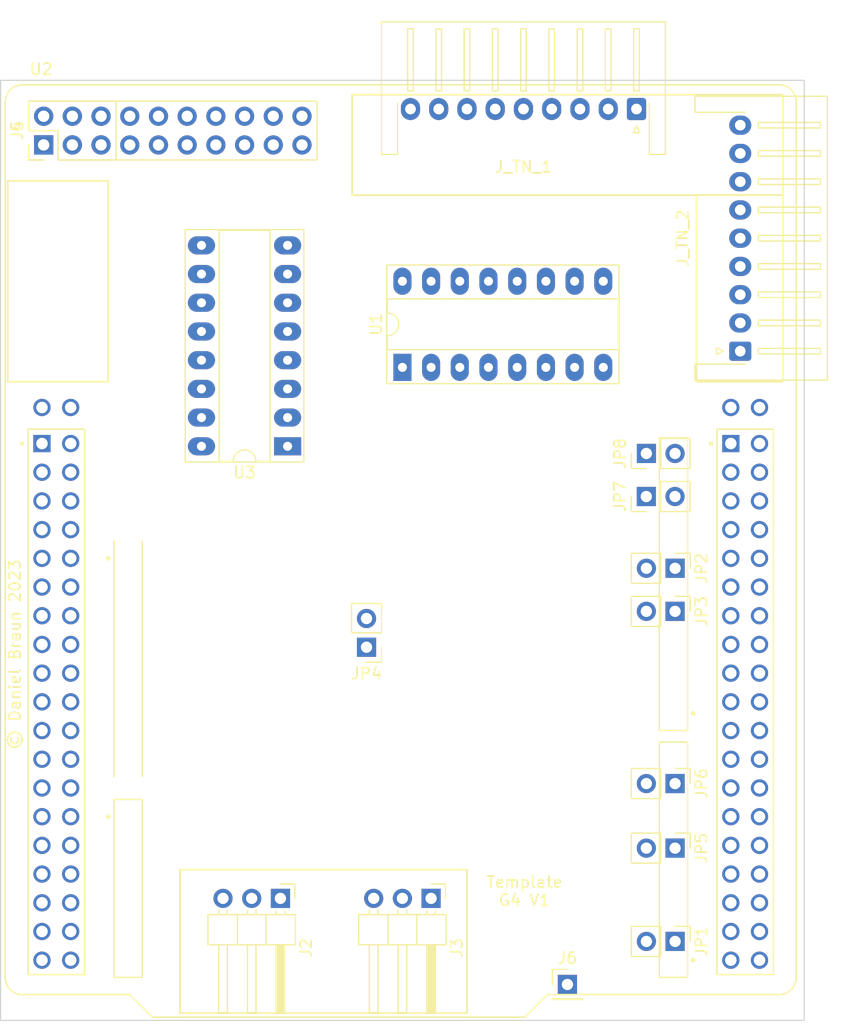
<source format=kicad_pcb>
(kicad_pcb (version 20211014) (generator pcbnew)
  (layers (0 "F.Cu" signal) (31 "B.Cu" signal) (34 "B.Paste" user) (35 "F.Paste" user) (36 "B.SilkS" user "B.Silkscreen") (37 "F.SilkS" user "F.Silkscreen") (38 "B.Mask" user) (39 "F.Mask" user) (44 "Edge.Cuts" user))
  (net 0 "")
  (net 1 "GND")
  (net 2 "5VCPU")
  (net 3 "3V3")
  (net 4 "12V")
  (net 5 "5V")
  (net 31 "Net-(U2-PadCN10_37)")
  (net 34 "TN2A")
  (net 36 "Net-(U2-PadCN10_11)")
  (net 41 "TN4B")
  (net 42 "Net-(U2-PadCN10_13)")
  (net 45 "TN5A")
  (net 55 "TN3A")
  (net 56 "Net-(U2-PadCN10_29)")
  (net 58 "TN5B")
  (net 59 "Net-(U2-PadCN10_25)")
  (net 60 "TN3B")
  (net 61 "Net-(U2-PadCN10_2)")
  (net 72 "RIA")
  (net 73 "RIB")
  (net 74 "T0A")
  (net 75 "T0B")
  (net 76 "T1A")
  (net 77 "T1B")
  (net 78 "T2A")
  (net 79 "T2B")
  (net 80 "T3A")
  (net 81 "T3B")
  (net 82 "R0A")
  (net 83 "R0B")
  (net 84 "R1A")
  (net 85 "R1B")
  (net 86 "TN4A")
  (net 87 "Net-(U2-PadCN10_1)")
  (net 88 "R2A")
  (net 89 "R2B")
  (net 90 "Net-(J_TN_1-Pad1)")
  (net 95 "+12V")
  (net 96 "Net-(J_TN_1-Pad3)")
  (net 97 "Net-(J_TN_1-Pad4)")
  (net 99 "Net-(J_TN_1-Pad6)")
  (net 100 "ALED8")
  (net 101 "ALED9")
  (net 102 "Net-(J_TN_2-Pad1)")
  (net 103 "Net-(J_TN_2-Pad3)")
  (net 104 "Net-(J_TN_2-Pad4)")
  (net 105 "Net-(J_TN_2-Pad6)")
  (net 106 "Net-(J_TN_2-Pad7)")
  (net 107 "Net-(J_TN_2-Pad9)")
  (net 108 "TN0A")
  (net 109 "TN0B")
  (net 110 "TN1A")
  (net 111 "TN1B")
  (net 112 "TN2B")
  (net 113 "TN6A")
  (net 115 "TN6B")
  (net 116 "ALED10")
  (footprint "Connector_PinHeader_2.54mm:PinHeader_1x02_P2.54mm_Vertical" (layer "F.Cu") (at 131.45 106.68 -90)
    (fp_text reference "JP2" (at 0 -2.33 90) (layer "F.SilkS"))
    (fp_text value "SJ")
    (fp_line (start 1.33 1.27) (end 1.33 3.87) (layer "F.SilkS") (width 0.12))
    (fp_line (start -1.33 1.27) (end -1.33 3.87) (layer "F.SilkS") (width 0.12))
    (fp_line (start -1.33 -1.33) (end 0 -1.33) (layer "F.SilkS") (width 0.12))
    (fp_line (start -1.33 0) (end -1.33 -1.33) (layer "F.SilkS") (width 0.12))
    (fp_line (start -1.33 1.27) (end 1.33 1.27) (layer "F.SilkS") (width 0.12))
    (fp_line (start -1.33 3.87) (end 1.33 3.87) (layer "F.SilkS") (width 0.12))
    (pad "1" thru_hole rect (at 0 0 270) (size 1.7 1.7) (drill 1) (layers *.Cu *.Mask) (net 36 "Net-(U2-PadCN10_11)"))
    (pad "2" thru_hole oval (at 0 2.54 270) (size 1.7 1.7) (drill 1) (layers *.Cu *.Mask) (net 41 "TN4B"))
  )
  (footprint "Package_DIP:DIP-16_W7.62mm_Socket_LongPads" (layer "F.Cu") (at 107.315 88.9 90)
    (fp_text reference "U1" (at 3.81 -2.33 90) (layer "F.SilkS"))
    (fp_text value "ULN2003A")
    (fp_line (start 9.06 -1.39) (end -1.44 -1.39) (layer "F.SilkS") (width 0.12))
    (fp_line (start 6.06 -1.33) (end 4.81 -1.33) (layer "F.SilkS") (width 0.12))
    (fp_line (start 1.56 -1.33) (end 1.56 19.11) (layer "F.SilkS") (width 0.12))
    (fp_line (start -1.44 19.17) (end 9.06 19.17) (layer "F.SilkS") (width 0.12))
    (fp_line (start 1.56 19.11) (end 6.06 19.11) (layer "F.SilkS") (width 0.12))
    (fp_line (start 2.81 -1.33) (end 1.56 -1.33) (layer "F.SilkS") (width 0.12))
    (fp_line (start 9.06 19.17) (end 9.06 -1.39) (layer "F.SilkS") (width 0.12))
    (fp_line (start 6.06 19.11) (end 6.06 -1.33) (layer "F.SilkS") (width 0.12))
    (fp_line (start -1.44 -1.39) (end -1.44 19.17) (layer "F.SilkS") (width 0.12))
    (fp_arc (start 4.81 -1.33) (mid 3.81 -0.33) (end 2.81 -1.33) (layer "F.SilkS") (width 0.12))
    (pad "1" thru_hole rect (at 0 0 90) (size 2.4 1.6) (drill 0.8) (layers *.Cu *.Mask) (net 108 "TN0A"))
    (pad "2" thru_hole oval (at 0 2.54 90) (size 2.4 1.6) (drill 0.8) (layers *.Cu *.Mask) (net 109 "TN0B"))
    (pad "3" thru_hole oval (at 0 5.08 90) (size 2.4 1.6) (drill 0.8) (layers *.Cu *.Mask) (net 110 "TN1A"))
    (pad "4" thru_hole oval (at 0 7.62 90) (size 2.4 1.6) (drill 0.8) (layers *.Cu *.Mask) (net 111 "TN1B"))
    (pad "5" thru_hole oval (at 0 10.16 90) (size 2.4 1.6) (drill 0.8) (layers *.Cu *.Mask) (net 34 "TN2A"))
    (pad "6" thru_hole oval (at 0 12.7 90) (size 2.4 1.6) (drill 0.8) (layers *.Cu *.Mask) (net 112 "TN2B"))
    (pad "7" thru_hole oval (at 0 15.24 90) (size 2.4 1.6) (drill 0.8) (layers *.Cu *.Mask) (net 113 "TN6A"))
    (pad "8" thru_hole oval (at 0 17.78 90) (size 2.4 1.6) (drill 0.8) (layers *.Cu *.Mask) (net 1 "GND"))
    (pad "9" thru_hole oval (at 7.62 17.78 90) (size 2.4 1.6) (drill 0.8) (layers *.Cu *.Mask) (net 95 "+12V"))
    (pad "10" thru_hole oval (at 7.62 15.24 90) (size 2.4 1.6) (drill 0.8) (layers *.Cu *.Mask))
    (pad "11" thru_hole oval (at 7.62 12.7 90) (size 2.4 1.6) (drill 0.8) (layers *.Cu *.Mask) (net 107 "Net-(J_TN_2-Pad9)"))
    (pad "12" thru_hole oval (at 7.62 10.16 90) (size 2.4 1.6) (drill 0.8) (layers *.Cu *.Mask) (net 106 "Net-(J_TN_2-Pad7)"))
    (pad "13" thru_hole oval (at 7.62 7.62 90) (size 2.4 1.6) (drill 0.8) (layers *.Cu *.Mask) (net 105 "Net-(J_TN_2-Pad6)"))
    (pad "14" thru_hole oval (at 7.62 5.08 90) (size 2.4 1.6) (drill 0.8) (layers *.Cu *.Mask) (net 104 "Net-(J_TN_2-Pad4)"))
    (pad "15" thru_hole oval (at 7.62 2.54 90) (size 2.4 1.6) (drill 0.8) (layers *.Cu *.Mask) (net 103 "Net-(J_TN_2-Pad3)"))
    (pad "16" thru_hole oval (at 7.62 0 90) (size 2.4 1.6) (drill 0.8) (layers *.Cu *.Mask) (net 102 "Net-(J_TN_2-Pad1)"))
  )
  (footprint "Connector_JST:JST_XH_S9B-XH-A-1_1x09_P2.50mm_Horizontal" (layer "F.Cu") (at 128.03 66.04 180)
    (fp_text reference "J_TN_1" (at 10 -5.1) (layer "F.SilkS"))
    (fp_text value "Conn_01x09_Female")
    (fp_line (start 7.25 7.1) (end 7.75 7.1) (layer "F.SilkS") (width 0.12))
    (fp_line (start 20.25 1.6) (end 19.75 1.6) (layer "F.SilkS") (width 0.12))
    (fp_line (start 19.75 7.1) (end 20.25 7.1) (layer "F.SilkS") (width 0.12))
    (fp_line (start 15.25 1.6) (end 14.75 1.6) (layer "F.SilkS") (width 0.12))
    (fp_line (start 14.75 7.1) (end 15.25 7.1) (layer "F.SilkS") (width 0.12))
    (fp_line (start 12.25 1.6) (end 12.25 7.1) (layer "F.SilkS") (width 0.12))
    (fp_line (start 19.75 1.6) (end 19.75 7.1) (layer "F.SilkS") (width 0.12))
    (fp_line (start 0 -1.5) (end -0.3 -2.1) (layer "F.SilkS") (width 0.12))
    (fp_line (start 17.75 7.1) (end 17.75 1.6) (layer "F.SilkS") (width 0.12))
    (fp_line (start 22.56 7.71) (end 22.56 -4.01) (layer "F.SilkS") (width 0.12))
    (fp_line (start 0.25 7.1) (end 0.25 1.6) (layer "F.SilkS") (width 0.12))
    (fp_line (start 22.56 -4.01) (end 21.14 -4.01) (layer "F.SilkS") (width 0.12))
    (fp_line (start 5.25 1.6) (end 4.75 1.6) (layer "F.SilkS") (width 0.12))
    (fp_line (start 10 7.71) (end 22.56 7.71) (layer "F.SilkS") (width 0.12))
    (fp_line (start -0.25 7.1) (end 0.25 7.1) (layer "F.SilkS") (width 0.12))
    (fp_line (start 4.75 1.6) (end 4.75 7.1) (layer "F.SilkS") (width 0.12))
    (fp_line (start 9.75 7.1) (end 10.25 7.1) (layer "F.SilkS") (width 0.12))
    (fp_line (start 10.25 7.1) (end 10.25 1.6) (layer "F.SilkS") (width 0.12))
    (fp_line (start 7.25 1.6) (end 7.25 7.1) (layer "F.SilkS") (width 0.12))
    (fp_line (start 20.25 7.1) (end 20.25 1.6) (layer "F.SilkS") (width 0.12))
    (fp_line (start 17.25 7.1) (end 17.75 7.1) (layer "F.SilkS") (width 0.12))
    (fp_line (start -2.56 -4.01) (end -1.14 -4.01) (layer "F.SilkS") (width 0.12))
    (fp_line (start 15.25 7.1) (end 15.25 1.6) (layer "F.SilkS") (width 0.12))
    (fp_line (start 0.3 -2.1) (end 0 -1.5) (layer "F.SilkS") (width 0.12))
    (fp_line (start 17.75 1.6) (end 17.25 1.6) (layer "F.SilkS") (width 0.12))
    (fp_line (start 12.75 1.6) (end 12.25 1.6) (layer "F.SilkS") (width 0.12))
    (fp_line (start 7.75 7.1) (end 7.75 1.6) (layer "F.SilkS") (width 0.12))
    (fp_line (start 2.25 1.6) (end 2.25 7.1) (layer "F.SilkS") (width 0.12))
    (fp_line (start 17.25 1.6) (end 17.25 7.1) (layer "F.SilkS") (width 0.12))
    (fp_line (start 21.14 -4.01) (end 21.14 0.49) (layer "F.SilkS") (width 0.12))
    (fp_line (start -0.25 1.6) (end -0.25 7.1) (layer "F.SilkS") (width 0.12))
    (fp_line (start 10.25 1.6) (end 9.75 1.6) (layer "F.SilkS") (width 0.12))
    (fp_line (start 12.25 7.1) (end 12.75 7.1) (layer "F.SilkS") (width 0.12))
    (fp_line (start 0.25 1.6) (end -0.25 1.6) (layer "F.SilkS") (width 0.12))
    (fp_line (start -2.56 7.71) (end -2.56 -4.01) (layer "F.SilkS") (width 0.12))
    (fp_line (start 4.75 7.1) (end 5.25 7.1) (layer "F.SilkS") (width 0.12))
    (fp_line (start 2.25 7.1) (end 2.75 7.1) (layer "F.SilkS") (width 0.12))
    (fp_line (start -1.14 -4.01) (end -1.14 0.49) (layer "F.SilkS") (width 0.12))
    (fp_line (start 14.75 1.6) (end 14.75 7.1) (layer "F.SilkS") (width 0.12))
    (fp_line (start -0.3 -2.1) (end 0.3 -2.1) (layer "F.SilkS") (width 0.12))
    (fp_line (start 2.75 7.1) (end 2.75 1.6) (layer "F.SilkS") (width 0.12))
    (fp_line (start 2.75 1.6) (end 2.25 1.6) (layer "F.SilkS") (width 0.12))
    (fp_line (start 10 7.71) (end -2.56 7.71) (layer "F.SilkS") (width 0.12))
    (fp_line (start 7.75 1.6) (end 7.25 1.6) (layer "F.SilkS") (width 0.12))
    (fp_line (start 12.75 7.1) (end 12.75 1.6) (layer "F.SilkS") (width 0.12))
    (fp_line (start 9.75 1.6) (end 9.75 7.1) (layer "F.SilkS") (width 0.12))
    (fp_line (start 5.25 7.1) (end 5.25 1.6) (layer "F.SilkS") (width 0.12))
    (pad "1" thru_hole roundrect (at 0 0 180) (size 1.7 1.95) (drill 0.95) (layers *.Cu *.Mask) (roundrect_rratio 0.147059) (net 90 "Net-(J_TN_1-Pad1)"))
    (pad "2" thru_hole oval (at 2.5 0 180) (size 1.7 1.95) (drill 0.95) (layers *.Cu *.Mask) (net 95 "+12V"))
    (pad "3" thru_hole oval (at 5 0 180) (size 1.7 1.95) (drill 0.95) (layers *.Cu *.Mask) (net 96 "Net-(J_TN_1-Pad3)"))
    (pad "4" thru_hole oval (at 7.5 0 180) (size 1.7 1.95) (drill 0.95) (layers *.Cu *.Mask) (net 97 "Net-(J_TN_1-Pad4)"))
    (pad "5" thru_hole oval (at 10 0 180) (size 1.7 1.95) (drill 0.95) (layers *.Cu *.Mask) (net 95 "+12V"))
    (pad "6" thru_hole oval (at 12.5 0 180) (size 1.7 1.95) (drill 0.95) (layers *.Cu *.Mask) (net 99 "Net-(J_TN_1-Pad6)"))
    (pad "7" thru_hole oval (at 15 0 180) (size 1.7 1.95) (drill 0.95) (layers *.Cu *.Mask) (net 100 "ALED8"))
    (pad "8" thru_hole oval (at 17.5 0 180) (size 1.7 1.95) (drill 0.95) (layers *.Cu *.Mask) (net 95 "+12V"))
    (pad "9" thru_hole oval (at 20 0 180) (size 1.7 1.95) (drill 0.95) (layers *.Cu *.Mask) (net 101 "ALED9"))
  )
  (footprint "Connector_PinHeader_2.54mm:PinHeader_1x02_P2.54mm_Vertical" (layer "F.Cu") (at 131.445 131.445 -90)
    (fp_text reference "JP5" (at 0 -2.33 90) (layer "F.SilkS"))
    (fp_text value "SJ")
    (fp_line (start -1.33 1.27) (end 1.33 1.27) (layer "F.SilkS") (width 0.12))
    (fp_line (start -1.33 3.87) (end 1.33 3.87) (layer "F.SilkS") (width 0.12))
    (fp_line (start 1.33 1.27) (end 1.33 3.87) (layer "F.SilkS") (width 0.12))
    (fp_line (start -1.33 -1.33) (end 0 -1.33) (layer "F.SilkS") (width 0.12))
    (fp_line (start -1.33 1.27) (end -1.33 3.87) (layer "F.SilkS") (width 0.12))
    (fp_line (start -1.33 0) (end -1.33 -1.33) (layer "F.SilkS") (width 0.12))
    (pad "1" thru_hole rect (at 0 0 270) (size 1.7 1.7) (drill 1) (layers *.Cu *.Mask) (net 56 "Net-(U2-PadCN10_29)"))
    (pad "2" thru_hole oval (at 0 2.54 270) (size 1.7 1.7) (drill 1) (layers *.Cu *.Mask) (net 58 "TN5B"))
  )
  (footprint "Connector_PinHeader_2.54mm:PinHeader_1x03_P2.54mm_Horizontal" (layer "F.Cu") (at 109.855 135.89 -90)
    (fp_text reference "J3" (at 4.385 -2.27 90) (layer "F.SilkS"))
    (fp_text value "Conn_01x03_Male")
    (fp_line (start 10.1 4.7) (end 10.1 5.46) (layer "F.SilkS") (width 0.12))
    (fp_line (start 1.042929 5.46) (end 1.44 5.46) (layer "F.SilkS") (width 0.12))
    (fp_line (start 4.1 6.41) (end 4.1 -1.33) (layer "F.SilkS") (width 0.12))
    (fp_line (start 4.1 4.7) (end 10.1 4.7) (layer "F.SilkS") (width 0.12))
    (fp_line (start 10.1 2.92) (end 4.1 2.92) (layer "F.SilkS") (width 0.12))
    (fp_line (start 1.11 -0.38) (end 1.44 -0.38) (layer "F.SilkS") (width 0.12))
    (fp_line (start 10.1 0.38) (end 4.1 0.38) (layer "F.SilkS") (width 0.12))
    (fp_line (start 10.1 5.46) (end 4.1 5.46) (layer "F.SilkS") (width 0.12))
    (fp_line (start 4.1 -1.33) (end 1.44 -1.33) (layer "F.SilkS") (width 0.12))
    (fp_line (start 1.44 -1.33) (end 1.44 6.41) (layer "F.SilkS") (width 0.12))
    (fp_line (start 1.44 1.27) (end 4.1 1.27) (layer "F.SilkS") (width 0.12))
    (fp_line (start 4.1 -0.38) (end 10.1 -0.38) (layer "F.SilkS") (width 0.12))
    (fp_line (start 1.11 0.38) (end 1.44 0.38) (layer "F.SilkS") (width 0.12))
    (fp_line (start 1.042929 4.7) (end 1.44 4.7) (layer "F.SilkS") (width 0.12))
    (fp_line (start 10.1 -0.38) (end 10.1 0.38) (layer "F.SilkS") (width 0.12))
    (fp_line (start 10.1 2.16) (end 10.1 2.92) (layer "F.SilkS") (width 0.12))
    (fp_line (start -1.27 0) (end -1.27 -1.27) (layer "F.SilkS") (width 0.12))
    (fp_line (start 4.1 0.04) (end 10.1 0.04) (layer "F.SilkS") (width 0.12))
    (fp_line (start 4.1 -0.08) (end 10.1 -0.08) (layer "F.SilkS") (width 0.12))
    (fp_line (start 4.1 2.16) (end 10.1 2.16) (layer "F.SilkS") (width 0.12))
    (fp_line (start 1.44 6.41) (end 4.1 6.41) (layer "F.SilkS") (width 0.12))
    (fp_line (start 1.44 3.81) (end 4.1 3.81) (layer "F.SilkS") (width 0.12))
    (fp_line (start -1.27 -1.27) (end 0 -1.27) (layer "F.SilkS") (width 0.12))
    (fp_line (start 1.042929 2.16) (end 1.44 2.16) (layer "F.SilkS") (width 0.12))
    (fp_line (start 4.1 0.28) (end 10.1 0.28) (layer "F.SilkS") (width 0.12))
    (fp_line (start 1.042929 2.92) (end 1.44 2.92) (layer "F.SilkS") (width 0.12))
    (fp_line (start 4.1 -0.32) (end 10.1 -0.32) (layer "F.SilkS") (width 0.12))
    (fp_line (start 4.1 -0.2) (end 10.1 -0.2) (layer "F.SilkS") (width 0.12))
    (fp_line (start 4.1 0.16) (end 10.1 0.16) (layer "F.SilkS") (width 0.12))
    (pad "1" thru_hole rect (at 0 0 270) (size 1.7 1.7) (drill 1) (layers *.Cu *.Mask))
    (pad "2" thru_hole oval (at 0 2.54 270) (size 1.7 1.7) (drill 1) (layers *.Cu *.Mask))
    (pad "3" thru_hole oval (at 0 5.08 270) (size 1.7 1.7) (drill 1) (layers *.Cu *.Mask))
  )
  (footprint "Connector_PinHeader_2.54mm:PinHeader_1x02_P2.54mm_Vertical" (layer "F.Cu") (at 128.905 96.52 90)
    (fp_text reference "JP8" (at 0 -2.33 90) (layer "F.SilkS"))
    (fp_text value "SJ")
    (fp_line (start -1.33 0) (end -1.33 -1.33) (layer "F.SilkS") (width 0.12))
    (fp_line (start -1.33 1.27) (end -1.33 3.87) (layer "F.SilkS") (width 0.12))
    (fp_line (start -1.33 -1.33) (end 0 -1.33) (layer "F.SilkS") (width 0.12))
    (fp_line (start -1.33 3.87) (end 1.33 3.87) (layer "F.SilkS") (width 0.12))
    (fp_line (start 1.33 1.27) (end 1.33 3.87) (layer "F.SilkS") (width 0.12))
    (fp_line (start -1.33 1.27) (end 1.33 1.27) (layer "F.SilkS") (width 0.12))
    (pad "1" thru_hole rect (at 0 0 90) (size 1.7 1.7) (drill 1) (layers *.Cu *.Mask) (net 86 "TN4A"))
    (pad "2" thru_hole oval (at 0 2.54 90) (size 1.7 1.7) (drill 1) (layers *.Cu *.Mask) (net 87 "Net-(U2-PadCN10_1)"))
  )
  (footprint "Connector_PinHeader_2.54mm:PinHeader_2x10_P2.54mm_Vertical" (layer "F.Cu") (at 75.57 69.22 90)
    (fp_text reference "J4" (at 1.27 -2.33 90) (layer "F.SilkS"))
    (fp_text value "Conn_02x10_Odd_Even")
    (fp_line (start 1.27 -1.33) (end 3.87 -1.33) (layer "F.SilkS") (width 0.12))
    (fp_line (start -1.33 -1.33) (end 0 -1.33) (layer "F.SilkS") (width 0.12))
    (fp_line (start -1.33 0) (end -1.33 -1.33) (layer "F.SilkS") (width 0.12))
    (fp_line (start -1.33 1.27) (end 1.27 1.27) (layer "F.SilkS") (width 0.12))
    (fp_line (start 1.27 1.27) (end 1.27 -1.33) (layer "F.SilkS") (width 0.12))
    (fp_line (start 3.87 -1.33) (end 3.87 24.19) (layer "F.SilkS") (width 0.12))
    (fp_line (start -1.33 1.27) (end -1.33 24.19) (layer "F.SilkS") (width 0.12))
    (fp_line (start -1.33 24.19) (end 3.87 24.19) (layer "F.SilkS") (width 0.12))
    (pad "1" thru_hole rect (at 0 0 90) (size 1.7 1.7) (drill 1) (layers *.Cu *.Mask) (net 5 "5V"))
    (pad "2" thru_hole oval (at 2.54 0 90) (size 1.7 1.7) (drill 1) (layers *.Cu *.Mask) (net 72 "RIA"))
    (pad "3" thru_hole oval (at 0 2.54 90) (size 1.7 1.7) (drill 1) (layers *.Cu *.Mask) (net 1 "GND"))
    (pad "4" thru_hole oval (at 2.54 2.54 90) (size 1.7 1.7) (drill 1) (layers *.Cu *.Mask) (net 73 "RIB"))
    (pad "5" thru_hole oval (at 0 5.08 90) (size 1.7 1.7) (drill 1) (layers *.Cu *.Mask) (net 4 "12V"))
    (pad "6" thru_hole oval (at 2.54 5.08 90) (size 1.7 1.7) (drill 1) (layers *.Cu *.Mask))
    (pad "7" thru_hole oval (at 0 7.62 90) (size 1.7 1.7) (drill 1) (layers *.Cu *.Mask) (net 74 "T0A"))
    (pad "8" thru_hole oval (at 2.54 7.62 90) (size 1.7 1.7) (drill 1) (layers *.Cu *.Mask) (net 75 "T0B"))
    (pad "9" thru_hole oval (at 0 10.16 90) (size 1.7 1.7) (drill 1) (layers *.Cu *.Mask) (net 76 "T1A"))
    (pad "10" thru_hole oval (at 2.54 10.16 90) (size 1.7 1.7) (drill 1) (layers *.Cu *.Mask) (net 77 "T1B"))
    (pad "11" thru_hole oval (at 0 12.7 90) (size 1.7 1.7) (drill 1) (layers *.Cu *.Mask) (net 78 "T2A"))
    (pad "12" thru_hole oval (at 2.54 12.7 90) (size 1.7 1.7) (drill 1) (layers *.Cu *.Mask) (net 79 "T2B"))
    (pad "13" thru_hole oval (at 0 15.24 90) (size 1.7 1.7) (drill 1) (layers *.Cu *.Mask) (net 80 "T3A"))
    (pad "14" thru_hole oval (at 2.54 15.24 90) (size 1.7 1.7) (drill 1) (layers *.Cu *.Mask) (net 81 "T3B"))
    (pad "15" thru_hole oval (at 0 17.78 90) (size 1.7 1.7) (drill 1) (layers *.Cu *.Mask) (net 82 "R0A"))
    (pad "16" thru_hole oval (at 2.54 17.78 90) (size 1.7 1.7) (drill 1) (layers *.Cu *.Mask) (net 83 "R0B"))
    (pad "17" thru_hole oval (at 0 20.32 90) (size 1.7 1.7) (drill 1) (layers *.Cu *.Mask) (net 84 "R1A"))
    (pad "18" thru_hole oval (at 2.54 20.32 90) (size 1.7 1.7) (drill 1) (layers *.Cu *.Mask) (net 85 "R1B"))
    (pad "19" thru_hole oval (at 0 22.86 90) (size 1.7 1.7) (drill 1) (layers *.Cu *.Mask) (net 88 "R2A"))
    (pad "20" thru_hole oval (at 2.54 22.86 90) (size 1.7 1.7) (drill 1) (layers *.Cu *.Mask) (net 89 "R2B"))
  )
  (footprint "Connector_PinHeader_2.54mm:PinHeader_1x02_P2.54mm_Vertical" (layer "F.Cu") (at 131.445 110.49 -90)
    (fp_text reference "JP3" (at 0 -2.33 90) (layer "F.SilkS"))
    (fp_text value "SJ")
    (fp_line (start 1.33 1.27) (end 1.33 3.87) (layer "F.SilkS") (width 0.12))
    (fp_line (start -1.33 0) (end -1.33 -1.33) (layer "F.SilkS") (width 0.12))
    (fp_line (start -1.33 1.27) (end 1.33 1.27) (layer "F.SilkS") (width 0.12))
    (fp_line (start -1.33 1.27) (end -1.33 3.87) (layer "F.SilkS") (width 0.12))
    (fp_line (start -1.33 -1.33) (end 0 -1.33) (layer "F.SilkS") (width 0.12))
    (fp_line (start -1.33 3.87) (end 1.33 3.87) (layer "F.SilkS") (width 0.12))
    (pad "1" thru_hole rect (at 0 0 270) (size 1.7 1.7) (drill 1) (layers *.Cu *.Mask) (net 42 "Net-(U2-PadCN10_13)"))
    (pad "2" thru_hole oval (at 0 2.54 270) (size 1.7 1.7) (drill 1) (layers *.Cu *.Mask) (net 45 "TN5A"))
  )
  (footprint "Connector_JST:JST_XH_S9B-XH-A-1_1x09_P2.50mm_Horizontal" (layer "F.Cu") (at 137.215 87.47 90)
    (fp_text reference "J_TN_2" (at 10 -5.1 90) (layer "F.SilkS"))
    (fp_text value "Conn_01x09_Female")
    (fp_line (start 12.75 1.6) (end 12.25 1.6) (layer "F.SilkS") (width 0.12))
    (fp_line (start 15.25 7.1) (end 15.25 1.6) (layer "F.SilkS") (width 0.12))
    (fp_line (start 17.75 1.6) (end 17.25 1.6) (layer "F.SilkS") (width 0.12))
    (fp_line (start 12.75 7.1) (end 12.75 1.6) (layer "F.SilkS") (width 0.12))
    (fp_line (start -0.25 7.1) (end 0.25 7.1) (layer "F.SilkS") (width 0.12))
    (fp_line (start 20.25 7.1) (end 20.25 1.6) (layer "F.SilkS") (width 0.12))
    (fp_line (start 2.25 1.6) (end 2.25 7.1) (layer "F.SilkS") (width 0.12))
    (fp_line (start 2.75 1.6) (end 2.25 1.6) (layer "F.SilkS") (width 0.12))
    (fp_line (start 14.75 7.1) (end 15.25 7.1) (layer "F.SilkS") (width 0.12))
    (fp_line (start -2.56 -4.01) (end -1.14 -4.01) (layer "F.SilkS") (width 0.12))
    (fp_line (start 2.25 7.1) (end 2.75 7.1) (layer "F.SilkS") (width 0.12))
    (fp_line (start 10 7.71) (end 22.56 7.71) (layer "F.SilkS") (width 0.12))
    (fp_line (start 19.75 7.1) (end 20.25 7.1) (layer "F.SilkS") (width 0.12))
    (fp_line (start -1.14 -4.01) (end -1.14 0.49) (layer "F.SilkS") (width 0.12))
    (fp_line (start 0 -1.5) (end -0.3 -2.1) (layer "F.SilkS") (width 0.12))
    (fp_line (start 2.75 7.1) (end 2.75 1.6) (layer "F.SilkS") (width 0.12))
    (fp_line (start 12.25 1.6) (end 12.25 7.1) (layer "F.SilkS") (width 0.12))
    (fp_line (start 7.75 7.1) (end 7.75 1.6) (layer "F.SilkS") (width 0.12))
    (fp_line (start 12.25 7.1) (end 12.75 7.1) (layer "F.SilkS") (width 0.12))
    (fp_line (start 4.75 1.6) (end 4.75 7.1) (layer "F.SilkS") (width 0.12))
    (fp_line (start 5.25 1.6) (end 4.75 1.6) (layer "F.SilkS") (width 0.12))
    (fp_line (start 17.75 7.1) (end 17.75 1.6) (layer "F.SilkS") (width 0.12))
    (fp_line (start 4.75 7.1) (end 5.25 7.1) (layer "F.SilkS") (width 0.12))
    (fp_line (start 17.25 7.1) (end 17.75 7.1) (layer "F.SilkS") (width 0.12))
    (fp_line (start 10.25 1.6) (end 9.75 1.6) (layer "F.SilkS") (width 0.12))
    (fp_line (start 21.14 -4.01) (end 21.14 0.49) (layer "F.SilkS") (width 0.12))
    (fp_line (start 22.56 7.71) (end 22.56 -4.01) (layer "F.SilkS") (width 0.12))
    (fp_line (start 9.75 1.6) (end 9.75 7.1) (layer "F.SilkS") (width 0.12))
    (fp_line (start 7.25 1.6) (end 7.25 7.1) (layer "F.SilkS") (width 0.12))
    (fp_line (start 17.25 1.6) (end 17.25 7.1) (layer "F.SilkS") (width 0.12))
    (fp_line (start 7.75 1.6) (end 7.25 1.6) (layer "F.SilkS") (width 0.12))
    (fp_line (start -0.25 1.6) (end -0.25 7.1) (layer "F.SilkS") (width 0.12))
    (fp_line (start 20.25 1.6) (end 19.75 1.6) (layer "F.SilkS") (width 0.12))
    (fp_line (start 7.25 7.1) (end 7.75 7.1) (layer "F.SilkS") (width 0.12))
    (fp_line (start 10 7.71) (end -2.56 7.71) (layer "F.SilkS") (width 0.12))
    (fp_line (start 10.25 7.1) (end 10.25 1.6) (layer "F.SilkS") (width 0.12))
    (fp_line (start 22.56 -4.01) (end 21.14 -4.01) (layer "F.SilkS") (width 0.12))
    (fp_line (start 0.25 1.6) (end -0.25 1.6) (layer "F.SilkS") (width 0.12))
    (fp_line (start 15.25 1.6) (end 14.75 1.6) (layer "F.SilkS") (width 0.12))
    (fp_line (start 5.25 7.1) (end 5.25 1.6) (layer "F.SilkS") (width 0.12))
    (fp_line (start -2.56 7.71) (end -2.56 -4.01) (layer "F.SilkS") (width 0.12))
    (fp_line (start 9.75 7.1) (end 10.25 7.1) (layer "F.SilkS") (width 0.12))
    (fp_line (start 14.75 1.6) (end 14.75 7.1) (layer "F.SilkS") (width 0.12))
    (fp_line (start 0.3 -2.1) (end 0 -1.5) (layer "F.SilkS") (width 0.12))
    (fp_line (start 0.25 7.1) (end 0.25 1.6) (layer "F.SilkS") (width 0.12))
    (fp_line (start 19.75 1.6) (end 19.75 7.1) (layer "F.SilkS") (width 0.12))
    (fp_line (start -0.3 -2.1) (end 0.3 -2.1) (layer "F.SilkS") (width 0.12))
    (pad "1" thru_hole roundrect (at 0 0 90) (size 1.7 1.95) (drill 0.95) (layers *.Cu *.Mask) (roundrect_rratio 0.147059) (net 102 "Net-(J_TN_2-Pad1)"))
    (pad "2" thru_hole oval (at 2.5 0 90) (size 1.7 1.95) (drill 0.95) (layers *.Cu *.Mask) (net 95 "+12V"))
    (pad "3" thru_hole oval (at 5 0 90) (size 1.7 1.95) (drill 0.95) (layers *.Cu *.Mask) (net 103 "Net-(J_TN_2-Pad3)"))
    (pad "4" thru_hole oval (at 7.5 0 90) (size 1.7 1.95) (drill 0.95) (layers *.Cu *.Mask) (net 104 "Net-(J_TN_2-Pad4)"))
    (pad "5" thru_hole oval (at 10 0 90) (size 1.7 1.95) (drill 0.95) (layers *.Cu *.Mask) (net 95 "+12V"))
    (pad "6" thru_hole oval (at 12.5 0 90) (size 1.7 1.95) (drill 0.95) (layers *.Cu *.Mask) (net 105 "Net-(J_TN_2-Pad6)"))
    (pad "7" thru_hole oval (at 15 0 90) (size 1.7 1.95) (drill 0.95) (layers *.Cu *.Mask) (net 106 "Net-(J_TN_2-Pad7)"))
    (pad "8" thru_hole oval (at 17.5 0 90) (size 1.7 1.95) (drill 0.95) (layers *.Cu *.Mask) (net 95 "+12V"))
    (pad "9" thru_hole oval (at 20 0 90) (size 1.7 1.95) (drill 0.95) (layers *.Cu *.Mask) (net 107 "Net-(J_TN_2-Pad9)"))
  )
  (footprint "G4Lib:MODULE_NUCLEO-G491RE20" (layer "F.Cu") (at 107.17 105.15)
    (fp_text reference "U2" (at -31.825 -42.635) (layer "F.SilkS"))
    (fp_text value "NUCLEO-G491RE")
    (fp_line (start 25.38 16.91) (end 22.88 16.91) (layer "F.SilkS") (width 0.127))
    (fp_line (start -22.88 21.99) (end -25.38 21.99) (layer "F.SilkS") (width 0.127))
    (fp_line (start 32.98 -10.78) (end 27.98 -10.78) (layer "F.SilkS") (width 0.127))
    (fp_line (start 22.88 15.89) (end 25.38 15.89) (layer "F.SilkS") (width 0.127))
    (fp_line (start -22 41.25) (end -24 39.25) (layer "F.SilkS") (width 0.127))
    (fp_line (start -32.98 -10.78) (end -32.98 37.48) (layer "F.SilkS") (width 0.127))
    (fp_line (start -25.38 -0.87) (end -25.38 19.95) (layer "F.SilkS") (width 0.127))
    (fp_line (start -25.38 21.99) (end -25.38 37.73) (layer "F.SilkS") (width 0.127))
    (fp_line (start -33.5 -41.25) (end 33.5 -41.25) (layer "F.SilkS") (width 0.127))
    (fp_line (start 33.5 39.25) (end 13 39.25) (layer "F.SilkS") (width 0.127))
    (fp_line (start -24 39.25) (end -33.5 39.25) (layer "F.SilkS") (width 0.127))
    (fp_line (start 35 -39.75) (end 35 37.75) (layer "F.SilkS") (width 0.127))
    (fp_line (start -22.88 19.95) (end -22.88 -0.87) (layer "F.SilkS") (width 0.127))
    (fp_line (start 25.38 15.89) (end 25.38 -10.01) (layer "F.SilkS") (width 0.127))
    (fp_line (start 11 41.25) (end -22 41.25) (layer "F.SilkS") (width 0.127))
    (fp_line (start 22.88 16.91) (end 22.88 37.73) (layer "F.SilkS") (width 0.127))
    (fp_line (start 25.38 -10.01) (end 22.88 -10.01) (layer "F.SilkS") (width 0.127))
    (fp_line (start -25.38 37.73) (end -22.88 37.73) (layer "F.SilkS") (width 0.127))
    (fp_line (start -27.98 -10.78) (end -32.98 -10.78) (layer "F.SilkS") (width 0.127))
    (fp_line (start 25.38 37.73) (end 25.38 16.91) (layer "F.SilkS") (width 0.127))
    (fp_line (start 22.88 37.73) (end 25.38 37.73) (layer "F.SilkS") (width 0.127))
    (fp_line (start 27.98 37.48) (end 32.98 37.48) (layer "F.SilkS") (width 0.127))
    (fp_line (start -32.98 37.48) (end -27.98 37.48) (layer "F.SilkS") (width 0.127))
    (fp_line (start 32.98 37.48) (end 32.98 -10.78) (layer "F.SilkS") (width 0.127))
    (fp_line (start 27.98 -10.78) (end 27.98 37.48) (layer "F.SilkS") (width 0.127))
    (fp_line (start -35 37.75) (end -35 -39.75) (layer "F.SilkS") (width 0.127))
    (fp_line (start 13 39.25) (end 11 41.25) (layer "F.SilkS") (width 0.127))
    (fp_line (start -22.88 37.73) (end -22.88 21.99) (layer "F.SilkS") (width 0.127))
    (fp_line (start -27.98 37.48) (end -27.98 -10.78) (layer "F.SilkS") (width 0.127))
    (fp_line (start 22.88 -10.01) (end 22.88 15.89) (layer "F.SilkS") (width 0.127))
    (fp_arc (start -33.5 39.25) (mid -34.56066 38.81066) (end -35 37.75) (layer "F.SilkS") (width 0.127))
    (fp_arc (start 35 37.75) (mid 34.56066 38.81066) (end 33.5 39.25) (layer "F.SilkS") (width 0.127))
    (fp_arc (start 33.5 -41.25) (mid 34.56066 -40.81066) (end 35 -39.75) (layer "F.SilkS") (width 0.127))
    (fp_arc (start -35 -39.75) (mid -34.56066 -40.81066) (end -33.5 -41.25) (layer "F.SilkS") (width 0.127))
    (fp_circle (center 25.88 36.21) (end 25.98 36.21) (layer "F.SilkS") (width 0.2) (fill none))
    (fp_circle (center -33.5 -9.51) (end -33.4 -9.51) (layer "F.SilkS") (width 0.2) (fill none))
    (fp_circle (center -25.88 23.51) (end -25.78 23.51) (layer "F.SilkS") (width 0.2) (fill none))
    (fp_circle (center -25.88 0.65) (end -25.78 0.65) (layer "F.SilkS") (width 0.2) (fill none))
    (fp_circle (center 25.88 14.37) (end 25.98 14.37) (layer "F.SilkS") (width 0.2) (fill none))
    (fp_circle (center 27.46 -9.51) (end 27.56 -9.51) (layer "F.SilkS") (width 0.2) (fill none))
    (pad "" np_thru_hole circle (at 24.13 -12.05) (size 3 3) (drill 3) (layers *.Cu *.Mask))
    (pad "" np_thru_hole circle (at 8.89 38.75) (size 3 3) (drill 3) (layers *.Cu *.Mask))
    (pad "" np_thru_hole circle (at -24.13 -13.32) (size 3 3) (drill 3) (layers *.Cu *.Mask))
    (pad "CN7_1" thru_hole rect (at -31.75 -9.51) (size 1.53 1.53) (drill 1.02) (layers *.Cu *.Mask))
    (pad "CN7_2" thru_hole circle (at -29.21 -9.51) (size 1.53 1.53) (drill 1.02) (layers *.Cu *.Mask))
    (pad "CN7_3" thru_hole circle (at -31.75 -6.97) (size 1.53 1.53) (drill 1.02) (layers *.Cu *.Mask))
    (pad "CN7_4" thru_hole circle (at -29.21 -6.97) (size 1.53 1.53) (drill 1.02) (layers *.Cu *.Mask))
    (pad "CN7_5" thru_hole circle (at -31.75 -4.43) (size 1.53 1.53) (drill 1.02) (layers *.Cu *.Mask))
    (pad "CN7_6" thru_hole circle (at -29.21 -4.43) (size 1.53 1.53) (drill 1.02) (layers *.Cu *.Mask))
    (pad "CN7_7" thru_hole circle (at -31.75 -1.89) (size 1.53 1.53) (drill 1.02) (layers *.Cu *.Mask))
    (pad "CN7_8" thru_hole circle (at -29.21 -1.89) (size 1.53 1.53) (drill 1.02) (layers *.Cu *.Mask) (net 1 "GND"))
    (pad "CN7_9" thru_hole circle (at -31.75 0.65) (size 1.53 1.53) (drill 1.02) (layers *.Cu *.Mask))
    (pad "CN7_10" thru_hole circle (at -29.21 0.65) (size 1.53 1.53) (drill 1.02) (layers *.Cu *.Mask))
    (pad "CN7_11" thru_hole circle (at -31.75 3.19) (size 1.53 1.53) (drill 1.02) (layers *.Cu *.Mask))
    (pad "CN7_12" thru_hole circle (at -29.21 3.19) (size 1.53 1.53) (drill 1.02) (layers *.Cu *.Mask))
    (pad "CN7_13" thru_hole circle (at -31.75 5.73) (size 1.53 1.53) (drill 1.02) (layers *.Cu *.Mask))
    (pad "CN7_14" thru_hole circle (at -29.21 5.73) (size 1.53 1.53) (drill 1.02) (layers *.Cu *.Mask))
    (pad "CN7_15" thru_hole circle (at -31.75 8.27) (size 1.53 1.53) (drill 1.02) (layers *.Cu *.Mask))
    (pad "CN7_16" thru_hole circle (at -29.21 8.27) (size 1.53 1.53) (drill 1.02) (layers *.Cu *.Mask) (net 3 "3V3"))
    (pad "CN7_17" thru_hole circle (at -31.75 10.81) (size 1.53 1.53) (drill 1.02) (layers *.Cu *.Mask))
    (pad "CN7_18" thru_hole circle (at -29.21 10.81) (size 1.53 1.53) (drill 1.02) (layers *.Cu *.Mask) (net 2 "5VCPU"))
    (pad "CN7_19" thru_hole circle (at -31.75 13.35) (size 1.53 1.53) (drill 1.02) (layers *.Cu *.Mask) (net 1 "GND"))
    (pad "CN7_20" thru_hole circle (at -29.21 13.35) (size 1.53 1.53) (drill 1.02) (layers *.Cu *.Mask) (net 1 "GND"))
    (pad "CN7_21" thru_hole circle (at -31.75 15.89) (size 1.53 1.53) (drill 1.02) (layers *.Cu *.Mask))
    (pad "CN7_22" thru_hole circle (at -29.21 15.89) (size 1.53 1.53) (drill 1.02) (layers *.Cu *.Mask) (net 1 "GND"))
    (pad "CN7_23" thru_hole circle (at -31.75 18.43) (size 1.53 1.53) (drill 1.02) (layers *.Cu *.Mask))
    (pad "CN7_24" thru_hole circle (at -29.21 18.43) (size 1.53 1.53) (drill 1.02) (layers *.Cu *.Mask))
    (pad "CN7_25" thru_hole circle (at -31.75 20.97) (size 1.53 1.53) (drill 1.02) (layers *.Cu *.Mask))
    (pad "CN7_26" thru_hole circle (at -29.21 20.97) (size 1.53 1.53) (drill 1.02) (layers *.Cu *.Mask))
    (pad "CN7_27" thru_hole circle (at -31.75 23.51) (size 1.53 1.53) (drill 1.02) (layers *.Cu *.Mask))
    (pad "CN7_28" thru_hole circle (at -29.21 23.51) (size 1.53 1.53) (drill 1.02) (layers *.Cu *.Mask))
    (pad "CN7_29" thru_hole circle (at -31.75 26.05) (size 1.53 1.53) (drill 1.02) (layers *.Cu *.Mask))
    (pad "CN7_30" thru_hole circle (at -29.21 26.05) (size 1.53 1.53) (drill 1.02) (layers *.Cu *.Mask))
    (pad "CN7_31" thru_hole circle (at -31.75 28.59) (size 1.53 1.53) (drill 1.02) (layers *.Cu *.Mask))
    (pad "CN7_32" thru_hole circle (at -29.21 28.59) (size 1.53 1.53) (drill 1.02) (layers *.Cu *.Mask))
    (pad "CN7_33" thru_hole circle (at -31.75 31.13) (size 1.53 1.53) (drill 1.02) (layers *.Cu *.Mask))
    (pad "CN7_34" thru_hole circle (at -29.21 31.13) (size 1.53 1.53) (drill 1.02) (layers *.Cu *.Mask))
    (pad "CN7_35" thru_hole circle (at -31.75 33.67) (size 1.53 1.53) (drill 1.02) (layers *.Cu *.Mask))
    (pad "CN7_36" thru_hole circle (at -29.21 33.67) (size 1.53 1.53) (drill 1.02) (layers *.Cu *.Mask))
    (pad "CN7_37" thru_hole circle (at -31.75 36.21) (size 1.53 1.53) (drill 1.02) (layers *.Cu *.Mask))
    (pad "CN7_38" thru_hole circle (at -29.21 36.21) (size 1.53 1.53) (drill 1.02) (layers *.Cu *.Mask))
    (pad "CN10_1" thru_hole rect (at 29.21 -9.51) (size 1.53 1.53) (drill 1.02) (layers *.Cu *.Mask) (net 87 "Net-(U2-PadCN10_1)"))
    (pad "CN10_2" thru_hole circle (at 31.75 -9.51) (size 1.53 1.53) (drill 1.02) (layers *.Cu *.Mask) (net 61 "Net-(U2-PadCN10_2)"))
    (pad "CN10_3" thru_hole circle (at 29.21 -12.7) (size 1.53 1.53) (drill 1.02) (layers *.Cu *.Mask) (net 108 "TN0A"))
    (pad "CN10_3" thru_hole circle (at 29.21 -6.97) (size 1.53 1.53) (drill 1.02) (layers *.Cu *.Mask) (net 108 "TN0A"))
    (pad "CN10_4" thru_hole circle (at 31.75 -6.97) (size 1.53 1.53) (drill 1.02) (layers *.Cu *.Mask))
    (pad "CN10_4" thru_hole circle (at 31.75 -12.7) (size 1.53 1.53) (drill 1.02) (layers *.Cu *.Mask))
    (pad "CN10_5" thru_hole circle (at 29.21 -4.43) (size 1.53 1.53) (drill 1.02) (layers *.Cu *.Mask))
    (pad "CN10_6" thru_hole circle (at 31.75 -4.43) (size 1.53 1.53) (drill 1.02) (layers *.Cu *.Mask) (net 109 "TN0B"))
    (pad "CN10_7" thru_hole circle (at 29.21 -1.89) (size 1.53 1.53) (drill 1.02) (layers *.Cu *.Mask))
    (pad "CN10_8" thru_hole circle (at 31.75 -1.89) (size 1.53 1.53) (drill 1.02) (layers *.Cu *.Mask))
    (pad "CN10_9" thru_hole circle (at 29.21 0.65) (size 1.53 1.53) (drill 1.02) (layers *.Cu *.Mask) (net 1 "GND"))
    (pad "CN10_10" thru_hole circle (at 31.75 0.65) (size 1.53 1.53) (drill 1.02) (layers *.Cu *.Mask))
    (pad "CN10_11" thru_hole circle (at 29.21 3.19) (size 1.53 1.53) (drill 1.02) (layers *.Cu *.Mask) (net 36 "Net-(U2-PadCN10_11)"))
    (pad "CN10_12" thru_hole circle (at 31.75 3.19) (size 1.53 1.53) (drill 1.02) (layers *.Cu *.Mask))
    (pad "CN10_13" thru_hole circle (at 29.21 5.73) (size 1.53 1.53) (drill 1.02) (layers *.Cu *.Mask) (net 42 "Net-(U2-PadCN10_13)"))
    (pad "CN10_14" thru_hole circle (at 31.75 5.73) (size 1.53 1.53) (drill 1.02) (layers *.Cu *.Mask))
    (pad "CN10_15" thru_hole circle (at 29.21 8.27) (size 1.53 1.53) (drill 1.02) (layers *.Cu *.Mask))
    (pad "CN10_16" thru_hole circle (at 31.75 8.27) (size 1.53 1.53) (drill 1.02) (layers *.Cu *.Mask))
    (pad "CN10_17" thru_hole circle (at 29.21 10.81) (size 1.53 1.53) (drill 1.02) (layers *.Cu *.Mask))
    (pad "CN10_18" thru_hole circle (at 31.75 10.81) (size 1.53 1.53) (drill 1.02) (layers *.Cu *.Mask))
    (pad "CN10_19" thru_hole circle (at 29.21 13.35) (size 1.53 1.53) (drill 1.02) (layers *.Cu *.Mask) (net 110 "TN1A"))
    (pad "CN10_20" thru_hole circle (at 31.75 13.35) (size 1.53 1.53) (drill 1.02) (layers *.Cu *.Mask) (net 1 "GND"))
    (pad "CN10_21" thru_hole circle (at 29.21 15.89) (size 1.53 1.53) (drill 1.02) (layers *.Cu *.Mask))
    (pad "CN10_22" thru_hole circle (at 31.75 15.89) (size 1.53 1.53) (drill 1.02) (layers *.Cu *.Mask))
    (pad "CN10_23" thru_hole circle (at 29.21 18.43) (size 1.53 1.53) (drill 1.02) (layers *.Cu *.Mask))
    (pad "CN10_24" thru_hole circle (at 31.75 18.43) (size 1.53 1.53) (drill 1.02) (layers *.Cu *.Mask))
    (pad "CN10_25" thru_hole circle (at 29.21 20.97) (size 1.53 1.53) (drill 1.02) (layers *.Cu *.Mask) (net 59 "Net-(U2-PadCN10_25)"))
    (pad "CN10_26" thru_hole circle (at 31.75 20.97) (size 1.53 1.53) (drill 1.02) (layers *.Cu *.Mask))
    (pad "CN10_27" thru_hole circle (at 29.21 23.51) (size 1.53 1.53) (drill 1.02) (layers *.Cu *.Mask))
    (pad "CN10_28" thru_hole circle (at 31.75 23.51) (size 1.53 1.53) (drill 1.02) (layers *.Cu *.Mask) (net 111 "TN1B"))
    (pad "CN10_29" thru_hole circle (at 29.21 26.05) (size 1.53 1.53) (drill 1.02) (layers *.Cu *.Mask) (net 56 "Net-(U2-PadCN10_29)"))
    (pad "CN10_30" thru_hole circle (at 31.75 26.05) (size 1.53 1.53) (drill 1.02) (layers *.Cu *.Mask))
    (pad "CN10_31" thru_hole circle (at 29.21 28.59) (size 1.53 1.53) (drill 1.02) (layers *.Cu *.Mask))
    (pad "CN10_32" thru_hole circle (at 31.75 28.59) (size 1.53 1.53) (drill 1.02) (layers *.Cu *.Mask))
    (pad "CN10_33" thru_hole circle (at 29.21 31.13) (size 1.53 1.53) (drill 1.02) (layers *.Cu *.Mask))
    (pad "CN10_34" thru_hole circle (at 31.75 31.13) (size 1.53 1.53) (drill 1.02) (layers *.Cu *.Mask) (net 112 "TN2B"))
    (pad "CN10_35" thru_hole circle (at 29.21 33.67) (size 1.53 1.53) (drill 1.02) (layers *.Cu *.Mask))
    (pad "CN10_36" thru_hole circle (at 31.75 33.67) (size 1.53 1.53) (drill 1.02) (layers *.Cu *.Mask))
    (pad "CN10_37" thru_hole circle (at 29.21 36.21) (size 1.53 1.53) (drill 1.02) (layers *.Cu *.Mask) (net 31 "Net-(U2-PadCN10_37)"))
    (pad "CN10_38" thru_hole circle (at 31.75 36.21) (size 1.53 1.53) (drill 1.02) (layers *.Cu *.Mask))
    (pad "R1" thru_hole circle (at -31.75 -12.7) (size 1.53 1.53) (drill 1.02) (layers *.Cu *.Mask))
    (pad "R2" thru_hole circle (at -29.21 -12.7) (size 1.53 1.53) (drill 1.02) (layers *.Cu *.Mask))
  )
  (footprint "Connector_PinHeader_2.54mm:PinHeader_1x02_P2.54mm_Vertical" (layer "F.Cu") (at 104.14 113.665 180)
    (fp_text reference "JP4" (at 0 -2.33) (layer "F.SilkS"))
    (fp_text value "SJ")
    (fp_line (start -1.33 -1.33) (end 0 -1.33) (layer "F.SilkS") (width 0.12))
    (fp_line (start 1.33 1.27) (end 1.33 3.87) (layer "F.SilkS") (width 0.12))
    (fp_line (start -1.33 1.27) (end 1.33 1.27) (layer "F.SilkS") (width 0.12))
    (fp_line (start -1.33 1.27) (end -1.33 3.87) (layer "F.SilkS") (width 0.12))
    (fp_line (start -1.33 0) (end -1.33 -1.33) (layer "F.SilkS") (width 0.12))
    (fp_line (start -1.33 3.87) (end 1.33 3.87) (layer "F.SilkS") (width 0.12))
    (pad "1" thru_hole rect (at 0 0 180) (size 1.7 1.7) (drill 1) (layers *.Cu *.Mask))
    (pad "2" thru_hole oval (at 0 2.54 180) (size 1.7 1.7) (drill 1) (layers *.Cu *.Mask) (net 55 "TN3A"))
  )
  (footprint "Connector_PinHeader_2.54mm:PinHeader_1x02_P2.54mm_Vertical" (layer "F.Cu") (at 128.9 100.33 90)
    (fp_text reference "JP7" (at 0 -2.33 90) (layer "F.SilkS"))
    (fp_text value "SJ")
    (fp_line (start 1.33 1.27) (end 1.33 3.87) (layer "F.SilkS") (width 0.12))
    (fp_line (start -1.33 0) (end -1.33 -1.33) (layer "F.SilkS") (width 0.12))
    (fp_line (start -1.33 1.27) (end 1.33 1.27) (layer "F.SilkS") (width 0.12))
    (fp_line (start -1.33 3.87) (end 1.33 3.87) (layer "F.SilkS") (width 0.12))
    (fp_line (start -1.33 1.27) (end -1.33 3.87) (layer "F.SilkS") (width 0.12))
    (fp_line (start -1.33 -1.33) (end 0 -1.33) (layer "F.SilkS") (width 0.12))
    (pad "1" thru_hole rect (at 0 0 90) (size 1.7 1.7) (drill 1) (layers *.Cu *.Mask) (net 34 "TN2A"))
    (pad "2" thru_hole oval (at 0 2.54 90) (size 1.7 1.7) (drill 1) (layers *.Cu *.Mask) (net 61 "Net-(U2-PadCN10_2)"))
  )
  (footprint "Package_DIP:DIP-16_W7.62mm_Socket_LongPads" (layer "F.Cu") (at 97.155 95.885 180)
    (fp_text reference "U3" (at 3.81 -2.33) (layer "F.SilkS"))
    (fp_text value "ULN2003A")
    (fp_line (start 1.56 -1.33) (end 1.56 19.11) (layer "F.SilkS") (width 0.12))
    (fp_line (start 6.06 -1.33) (end 4.81 -1.33) (layer "F.SilkS") (width 0.12))
    (fp_line (start 9.06 -1.39) (end -1.44 -1.39) (layer "F.SilkS") (width 0.12))
    (fp_line (start -1.44 19.17) (end 9.06 19.17) (layer "F.SilkS") (width 0.12))
    (fp_line (start 2.81 -1.33) (end 1.56 -1.33) (layer "F.SilkS") (width 0.12))
    (fp_line (start -1.44 -1.39) (end -1.44 19.17) (layer "F.SilkS") (width 0.12))
    (fp_line (start 1.56 19.11) (end 6.06 19.11) (layer "F.SilkS") (width 0.12))
    (fp_line (start 6.06 19.11) (end 6.06 -1.33) (layer "F.SilkS") (width 0.12))
    (fp_line (start 9.06 19.17) (end 9.06 -1.39) (layer "F.SilkS") (width 0.12))
    (fp_arc (start 4.81 -1.33) (mid 3.81 -0.33) (end 2.81 -1.33) (layer "F.SilkS") (width 0.12))
    (pad "1" thru_hole rect (at 0 0 180) (size 2.4 1.6) (drill 0.8) (layers *.Cu *.Mask) (net 55 "TN3A"))
    (pad "2" thru_hole oval (at 0 2.54 180) (size 2.4 1.6) (drill 0.8) (layers *.Cu *.Mask) (net 60 "TN3B"))
    (pad "3" thru_hole oval (at 0 5.08 180) (size 2.4 1.6) (drill 0.8) (layers *.Cu *.Mask) (net 86 "TN4A"))
    (pad "4" thru_hole oval (at 0 7.62 180) (size 2.4 1.6) (drill 0.8) (layers *.Cu *.Mask) (net 41 "TN4B"))
    (pad "5" thru_hole oval (at 0 10.16 180) (size 2.4 1.6) (drill 0.8) (layers *.Cu *.Mask) (net 45 "TN5A"))
    (pad "6" thru_hole oval (at 0 12.7 180) (size 2.4 1.6) (drill 0.8) (layers *.Cu *.Mask) (net 58 "TN5B"))
    (pad "7" thru_hole oval (at 0 15.24 180) (size 2.4 1.6) (drill 0.8) (layers *.Cu *.Mask) (net 115 "TN6B"))
    (pad "8" thru_hole oval (at 0 17.78 180) (size 2.4 1.6) (drill 0.8) (layers *.Cu *.Mask) (net 1 "GND"))
    (pad "9" thru_hole oval (at 7.62 17.78 180) (size 2.4 1.6) (drill 0.8) (layers *.Cu *.Mask) (net 95 "+12V"))
    (pad "10" thru_hole oval (at 7.62 15.24 180) (size 2.4 1.6) (drill 0.8) (layers *.Cu *.Mask) (net 116 "ALED10"))
    (pad "11" thru_hole oval (at 7.62 12.7 180) (size 2.4 1.6) (drill 0.8) (layers *.Cu *.Mask) (net 101 "ALED9"))
    (pad "12" thru_hole oval (at 7.62 10.16 180) (size 2.4 1.6) (drill 0.8) (layers *.Cu *.Mask) (net 100 "ALED8"))
    (pad "13" thru_hole oval (at 7.62 7.62 180) (size 2.4 1.6) (drill 0.8) (layers *.Cu *.Mask) (net 99 "Net-(J_TN_1-Pad6)"))
    (pad "14" thru_hole oval (at 7.62 5.08 180) (size 2.4 1.6) (drill 0.8) (layers *.Cu *.Mask) (net 97 "Net-(J_TN_1-Pad4)"))
    (pad "15" thru_hole oval (at 7.62 2.54 180) (size 2.4 1.6) (drill 0.8) (layers *.Cu *.Mask) (net 96 "Net-(J_TN_1-Pad3)"))
    (pad "16" thru_hole oval (at 7.62 0 180) (size 2.4 1.6) (drill 0.8) (layers *.Cu *.Mask) (net 90 "Net-(J_TN_1-Pad1)"))
  )
  (footprint "Connector_PinHeader_2.54mm:PinHeader_1x02_P2.54mm_Vertical" (layer "F.Cu") (at 131.445 125.73 -90)
    (fp_text reference "JP6" (at 0 -2.33 90) (layer "F.SilkS"))
    (fp_text value "SJ")
    (fp_line (start 1.33 1.27) (end 1.33 3.87) (layer "F.SilkS") (width 0.12))
    (fp_line (start -1.33 3.87) (end 1.33 3.87) (layer "F.SilkS") (width 0.12))
    (fp_line (start -1.33 1.27) (end 1.33 1.27) (layer "F.SilkS") (width 0.12))
    (fp_line (start -1.33 -1.33) (end 0 -1.33) (layer "F.SilkS") (width 0.12))
    (fp_line (start -1.33 1.27) (end -1.33 3.87) (layer "F.SilkS") (width 0.12))
    (fp_line (start -1.33 0) (end -1.33 -1.33) (layer "F.SilkS") (width 0.12))
    (pad "1" thru_hole rect (at 0 0 270) (size 1.7 1.7) (drill 1) (layers *.Cu *.Mask) (net 59 "Net-(U2-PadCN10_25)"))
    (pad "2" thru_hole oval (at 0 2.54 270) (size 1.7 1.7) (drill 1) (layers *.Cu *.Mask) (net 60 "TN3B"))
  )
  (footprint "Connector_PinHeader_2.54mm:PinHeader_1x02_P2.54mm_Vertical" (layer "F.Cu") (at 131.45 139.7 -90)
    (fp_text reference "JP1" (at 0 -2.33 90) (layer "F.SilkS"))
    (fp_text value "SJ")
    (fp_line (start -1.33 -1.33) (end 0 -1.33) (layer "F.SilkS") (width 0.12))
    (fp_line (start -1.33 0) (end -1.33 -1.33) (layer "F.SilkS") (width 0.12))
    (fp_line (start -1.33 1.27) (end -1.33 3.87) (layer "F.SilkS") (width 0.12))
    (fp_line (start -1.33 3.87) (end 1.33 3.87) (layer "F.SilkS") (width 0.12))
    (fp_line (start -1.33 1.27) (end 1.33 1.27) (layer "F.SilkS") (width 0.12))
    (fp_line (start 1.33 1.27) (end 1.33 3.87) (layer "F.SilkS") (width 0.12))
    (pad "1" thru_hole rect (at 0 0 270) (size 1.7 1.7) (drill 1) (layers *.Cu *.Mask) (net 31 "Net-(U2-PadCN10_37)"))
    (pad "2" thru_hole oval (at 0 2.54 270) (size 1.7 1.7) (drill 1) (layers *.Cu *.Mask) (net 34 "TN2A"))
  )
  (footprint "Connector_PinHeader_2.54mm:PinHeader_2x03_P2.54mm_Vertical" (layer "F.Cu") (at 75.565 69.215 90)
    (fp_text reference "J5" (at 1.27 -2.33 90) (layer "F.SilkS"))
    (fp_text value "Conn_02x03_Odd_Even")
    (fp_line (start -1.33 0) (end -1.33 -1.33) (layer "F.SilkS") (width 0.12))
    (fp_line (start -1.33 1.27) (end 1.27 1.27) (layer "F.SilkS") (width 0.12))
    (fp_line (start -1.33 -1.33) (end 0 -1.33) (layer "F.SilkS") (width 0.12))
    (fp_line (start 1.27 -1.33) (end 3.87 -1.33) (layer "F.SilkS") (width 0.12))
    (fp_line (start -1.33 1.27) (end -1.33 6.41) (layer "F.SilkS") (width 0.12))
    (fp_line (start 1.27 1.27) (end 1.27 -1.33) (layer "F.SilkS") (width 0.12))
    (fp_line (start 3.87 -1.33) (end 3.87 6.41) (layer "F.SilkS") (width 0.12))
    (fp_line (start -1.33 6.41) (end 3.87 6.41) (layer "F.SilkS") (width 0.12))
    (pad "1" thru_hole rect (at 0 0 90) (size 1.7 1.7) (drill 1) (layers *.Cu *.Mask) (net 5 "5V"))
    (pad "2" thru_hole oval (at 2.54 0 90) (size 1.7 1.7) (drill 1) (layers *.Cu *.Mask))
    (pad "3" thru_hole oval (at 0 2.54 90) (size 1.7 1.7) (drill 1) (layers *.Cu *.Mask) (net 1 "GND"))
    (pad "4" thru_hole oval (at 2.54 2.54 90) (size 1.7 1.7) (drill 1) (layers *.Cu *.Mask))
    (pad "5" thru_hole oval (at 0 5.08 90) (size 1.7 1.7) (drill 1) (layers *.Cu *.Mask) (net 4 "12V"))
    (pad "6" thru_hole oval (at 2.54 5.08 90) (size 1.7 1.7) (drill 1) (layers *.Cu *.Mask))
  )
  (footprint "Connector_PinHeader_2.54mm:PinHeader_1x03_P2.54mm_Horizontal" (layer "F.Cu") (at 96.52 135.89 -90)
    (fp_text reference "J2" (at 4.385 -2.27 90) (layer "F.SilkS"))
    (fp_text value "Conn_01x03_Male")
    (fp_line (start 1.11 0.38) (end 1.44 0.38) (layer "F.SilkS") (width 0.12))
    (fp_line (start 4.1 6.41) (end 4.1 -1.33) (layer "F.SilkS") (width 0.12))
    (fp_line (start 1.042929 4.7) (end 1.44 4.7) (layer "F.SilkS") (width 0.12))
    (fp_line (start 4.1 0.04) (end 10.1 0.04) (layer "F.SilkS") (width 0.12))
    (fp_line (start 1.44 6.41) (end 4.1 6.41) (layer "F.SilkS") (width 0.12))
    (fp_line (start 10.1 2.92) (end 4.1 2.92) (layer "F.SilkS") (width 0.12))
    (fp_line (start 4.1 0.28) (end 10.1 0.28) (layer "F.SilkS") (width 0.12))
    (fp_line (start 4.1 2.16) (end 10.1 2.16) (layer "F.SilkS") (width 0.12))
    (fp_line (start 1.042929 2.16) (end 1.44 2.16) (layer "F.SilkS") (width 0.12))
    (fp_line (start 4.1 4.7) (end 10.1 4.7) (layer "F.SilkS") (width 0.12))
    (fp_line (start 1.042929 5.46) (end 1.44 5.46) (layer "F.SilkS") (width 0.12))
    (fp_line (start -1.27 0) (end -1.27 -1.27) (layer "F.SilkS") (width 0.12))
    (fp_line (start 4.1 -1.33) (end 1.44 -1.33) (layer "F.SilkS") (width 0.12))
    (fp_line (start 4.1 -0.08) (end 10.1 -0.08) (layer "F.SilkS") (width 0.12))
    (fp_line (start 10.1 2.16) (end 10.1 2.92) (layer "F.SilkS") (width 0.12))
    (fp_line (start 4.1 -0.38) (end 10.1 -0.38) (layer "F.SilkS") (width 0.12))
    (fp_line (start 4.1 -0.2) (end 10.1 -0.2) (layer "F.SilkS") (width 0.12))
    (fp_line (start 10.1 5.46) (end 4.1 5.46) (layer "F.SilkS") (width 0.12))
    (fp_line (start 10.1 0.38) (end 4.1 0.38) (layer "F.SilkS") (width 0.12))
    (fp_line (start 1.44 3.81) (end 4.1 3.81) (layer "F.SilkS") (width 0.12))
    (fp_line (start 1.042929 2.92) (end 1.44 2.92) (layer "F.SilkS") (width 0.12))
    (fp_line (start 1.44 -1.33) (end 1.44 6.41) (layer "F.SilkS") (width 0.12))
    (fp_line (start 4.1 0.16) (end 10.1 0.16) (layer "F.SilkS") (width 0.12))
    (fp_line (start -1.27 -1.27) (end 0 -1.27) (layer "F.SilkS") (width 0.12))
    (fp_line (start 10.1 -0.38) (end 10.1 0.38) (layer "F.SilkS") (width 0.12))
    (fp_line (start 4.1 -0.32) (end 10.1 -0.32) (layer "F.SilkS") (width 0.12))
    (fp_line (start 1.11 -0.38) (end 1.44 -0.38) (layer "F.SilkS") (width 0.12))
    (fp_line (start 1.44 1.27) (end 4.1 1.27) (layer "F.SilkS") (width 0.12))
    (fp_line (start 10.1 4.7) (end 10.1 5.46) (layer "F.SilkS") (width 0.12))
    (pad "1" thru_hole rect (at 0 0 270) (size 1.7 1.7) (drill 1) (layers *.Cu *.Mask))
    (pad "2" thru_hole oval (at 0 2.54 270) (size 1.7 1.7) (drill 1) (layers *.Cu *.Mask))
    (pad "3" thru_hole oval (at 0 5.08 270) (size 1.7 1.7) (drill 1) (layers *.Cu *.Mask))
  )
  (footprint "Connector_PinHeader_2.54mm:PinHeader_1x01_P2.54mm_Vertical" (layer "F.Cu") (at 121.92 143.51)
    (fp_text reference "J6" (at 0 -2.33) (layer "F.SilkS"))
    (fp_text value "Conn_01x01_Female")
    (fp_line (start -1.33 1.27) (end -1.33 1.33) (layer "F.SilkS") (width 0.12))
    (fp_line (start -1.33 1.27) (end 1.33 1.27) (layer "F.SilkS") (width 0.12))
    (fp_line (start -1.33 0) (end -1.33 -1.33) (layer "F.SilkS") (width 0.12))
    (fp_line (start -1.33 -1.33) (end 0 -1.33) (layer "F.SilkS") (width 0.12))
    (fp_line (start 1.33 1.27) (end 1.33 1.33) (layer "F.SilkS") (width 0.12))
    (fp_line (start -1.33 1.33) (end 1.33 1.33) (layer "F.SilkS") (width 0.12))
    (pad "1" thru_hole rect (at 0 0) (size 1.7 1.7) (drill 1) (layers *.Cu *.Mask) (net 1 "GND"))
  )
  (gr_rect (start 102.87 64.77) (end 140.97 73.66) (layer "F.SilkS") (width 0.15) (fill none))
  (gr_rect (start 87.63 133.35) (end 113.03 146.05) (layer "F.SilkS") (width 0.15) (fill none))
  (gr_rect (start 72.39 90.17) (end 81.28 72.39) (layer "F.SilkS") (width 0.15) (fill none))
  (gr_rect (start 140.97 73.66) (end 133.35 90.17) (layer "F.SilkS") (width 0.15) (fill none))
  (gr_rect (start 71.755 63.5) (end 142.875 146.685) (layer "Edge.Cuts") (width 0.1) (fill none))
  (gr_text "© Daniel Braun 2023" (at 73.025 114.3 90) (layer "F.SilkS") (effects (font (size 1 1))))
  (gr_text "Template\nG4 V1\n" (at 118.11 135.255) (layer "F.SilkS") (effects (font (size 1 1))))
)
</source>
